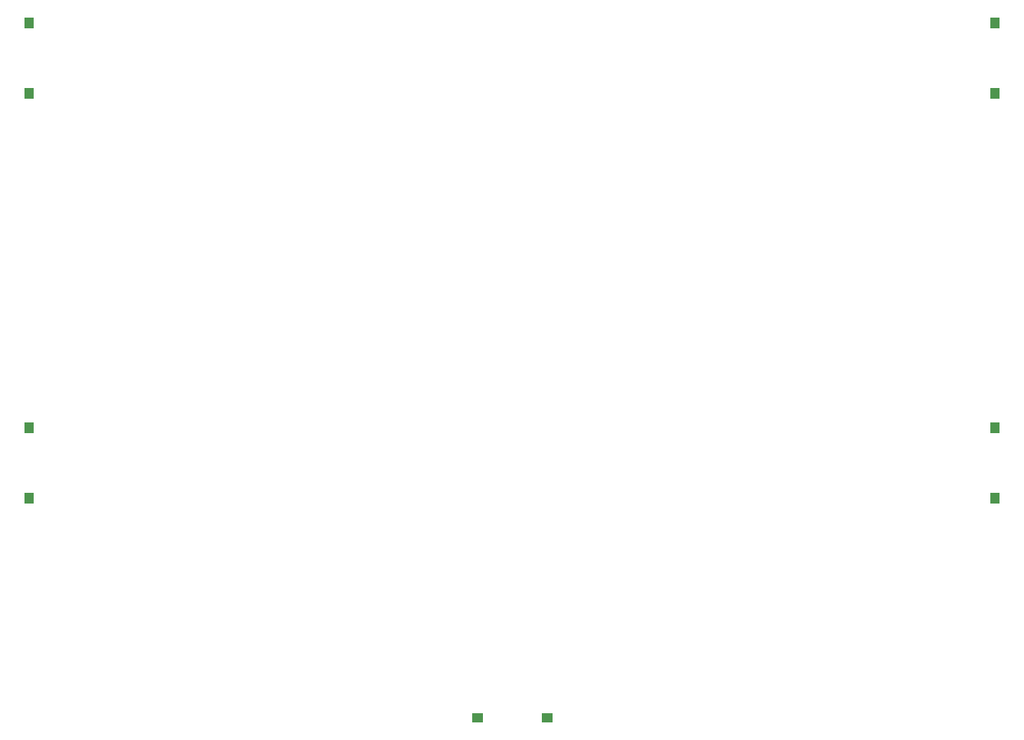
<source format=gbr>
%TF.GenerationSoftware,KiCad,Pcbnew,9.0.7*%
%TF.CreationDate,2026-02-12T15:19:17-05:00*%
%TF.ProjectId,OSHE-Reader-PCB,4f534845-2d52-4656-9164-65722d504342,rev?*%
%TF.SameCoordinates,Original*%
%TF.FileFunction,Paste,Top*%
%TF.FilePolarity,Positive*%
%FSLAX46Y46*%
G04 Gerber Fmt 4.6, Leading zero omitted, Abs format (unit mm)*
G04 Created by KiCad (PCBNEW 9.0.7) date 2026-02-12 15:19:17*
%MOMM*%
%LPD*%
G01*
G04 APERTURE LIST*
%ADD10R,1.000000X1.250000*%
%ADD11R,1.250000X1.000000*%
G04 APERTURE END LIST*
D10*
%TO.C,SW2*%
X143400131Y-143675700D03*
X143400131Y-135925700D03*
%TD*%
D11*
%TO.C,SW5*%
X86125000Y-168000000D03*
X93875000Y-168000000D03*
%TD*%
D10*
%TO.C,SW3*%
X36500000Y-91125001D03*
X36500000Y-98875001D03*
%TD*%
%TO.C,SW1*%
X143400000Y-98875001D03*
X143400000Y-91125001D03*
%TD*%
%TO.C,SW4*%
X36500000Y-135925702D03*
X36500000Y-143675702D03*
%TD*%
M02*

</source>
